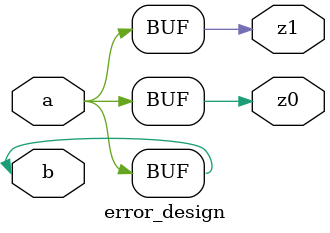
<source format=v>

module error_design(a, b, z0, z1);

    input               a;
    input               b;

    output              z0, z1;

    assign z0 = a;
    assign z0 = b;

    assign z1 = b;

endmodule


</source>
